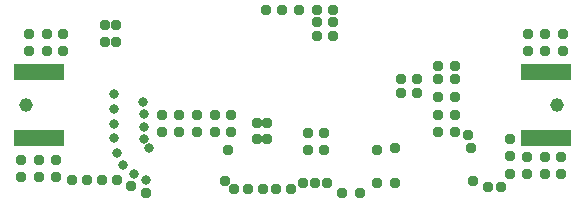
<source format=gbr>
G04 EAGLE Gerber RS-274X export*
G75*
%MOMM*%
%FSLAX34Y34*%
%LPD*%
%INSoldermask Bottom*%
%IPPOS*%
%AMOC8*
5,1,8,0,0,1.08239X$1,22.5*%
G01*
%ADD10R,4.303200X1.453200*%
%ADD11C,1.159600*%
%ADD12C,0.959600*%
%ADD13C,1.244600*%
%ADD14C,0.838200*%


D10*
X118110Y166180D03*
X118110Y110680D03*
X547370Y110680D03*
X547370Y166180D03*
D11*
X106680Y138430D03*
D12*
X222250Y129540D03*
X236220Y129540D03*
X236220Y115570D03*
X222250Y115570D03*
X278130Y100330D03*
X403860Y100330D03*
X275590Y73660D03*
X341630Y72390D03*
X351790Y72390D03*
X361950Y72390D03*
X374650Y63500D03*
X419100Y101600D03*
X485140Y73660D03*
X483870Y101600D03*
X109220Y198120D03*
X124460Y198120D03*
X138430Y198120D03*
X138430Y184150D03*
X124460Y184150D03*
X109220Y184150D03*
X561340Y184150D03*
X546100Y184150D03*
X532130Y184150D03*
X532130Y198120D03*
X546100Y198120D03*
X561340Y198120D03*
X530860Y93980D03*
X546100Y93980D03*
X560070Y93980D03*
X560070Y80010D03*
X546100Y80010D03*
X530860Y80010D03*
X309880Y218440D03*
X323850Y218440D03*
X367030Y208280D03*
X353060Y208280D03*
X367030Y218440D03*
X353060Y218440D03*
X337820Y218440D03*
X359410Y100330D03*
X345440Y100330D03*
X345440Y114300D03*
X359410Y114300D03*
X251460Y129540D03*
X266700Y129540D03*
X280670Y129540D03*
X280670Y115570D03*
X266700Y115570D03*
X251460Y115570D03*
X497840Y68580D03*
X509270Y68580D03*
X389890Y63500D03*
X403860Y72390D03*
X419100Y72390D03*
X516890Y80010D03*
X516890Y95250D03*
X516890Y109220D03*
X283210Y67310D03*
X294640Y67310D03*
X331470Y67310D03*
X318770Y67310D03*
X307340Y67310D03*
X455930Y115570D03*
X455930Y129540D03*
X469900Y129540D03*
X469900Y115570D03*
X455930Y144780D03*
X455930Y160020D03*
X455930Y171450D03*
X469900Y171450D03*
X469900Y160020D03*
X469900Y144780D03*
X367030Y196850D03*
X353060Y196850D03*
X438150Y160020D03*
X424180Y160020D03*
X438150Y148590D03*
X424180Y148590D03*
X102870Y91440D03*
X118110Y91440D03*
X132080Y91440D03*
X132080Y77470D03*
X118110Y77470D03*
X102870Y77470D03*
D13*
X106680Y166370D03*
X105410Y110490D03*
X556260Y166370D03*
X557530Y110490D03*
D12*
X173990Y205740D03*
X173990Y191770D03*
X182880Y205740D03*
X182880Y191770D03*
X302260Y123190D03*
X302260Y109220D03*
X311150Y123190D03*
X311150Y109220D03*
X481330Y113030D03*
X146050Y74930D03*
D14*
X181610Y147320D03*
X181610Y134620D03*
X181610Y121920D03*
X181610Y110490D03*
X184150Y97790D03*
X189230Y87630D03*
X198120Y80010D03*
X208280Y74930D03*
X205740Y140970D03*
X207010Y130810D03*
X207010Y119380D03*
X207010Y109220D03*
X210820Y101600D03*
D12*
X158750Y74930D03*
X184150Y74930D03*
X195580Y69850D03*
X171450Y74930D03*
X208280Y63500D03*
D11*
X556260Y138430D03*
M02*

</source>
